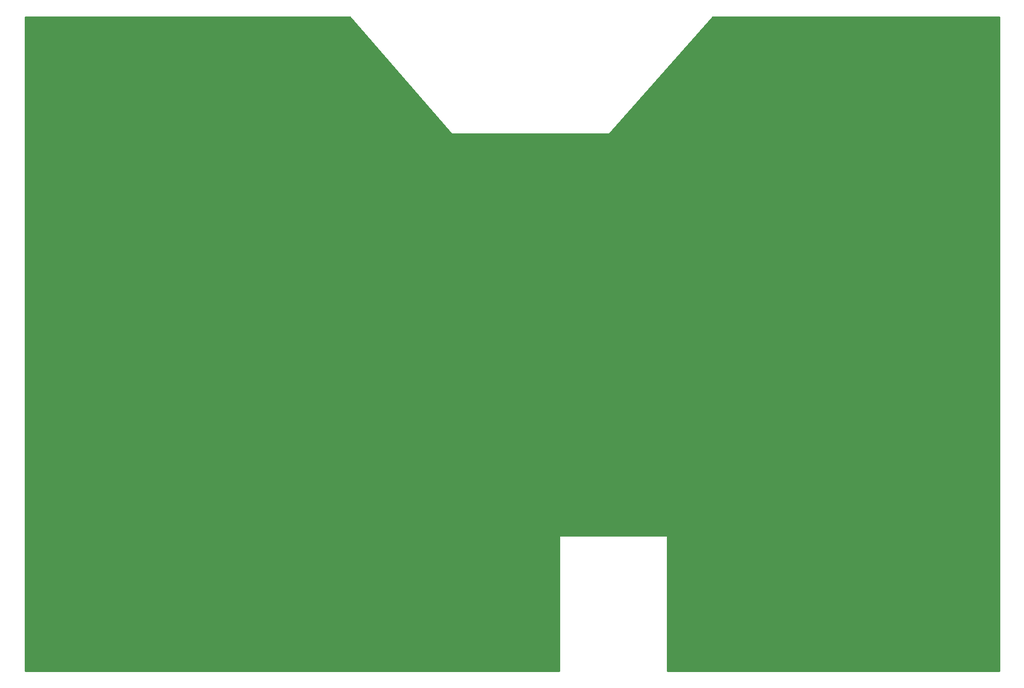
<source format=gbr>
%FSLAX46Y46*%
G04 Gerber Fmt 4.6, Leading zero omitted, Abs format (unit mm)*
G04 Created by KiCad (PCBNEW (2014-jul-16 BZR unknown)-product) date Fri 02 Oct 2015 05:10:55 PM CEST*
%MOMM*%
G01*
G04 APERTURE LIST*
%ADD10C,0.100000*%
%ADD11C,0.254000*%
G04 APERTURE END LIST*
D10*
D11*
G36*
X218873000Y-143373000D02*
X164377000Y-143373000D01*
X164377000Y-121123000D01*
X146623000Y-121123000D01*
X146623000Y-141500000D01*
X146623000Y-142000000D01*
X146623000Y-143373000D01*
X58877000Y-143373000D01*
X58877000Y-35877000D01*
X112192160Y-35877000D01*
X128942160Y-55127000D01*
X154807278Y-55127000D01*
X171807278Y-35877000D01*
X218873000Y-35877000D01*
X218873000Y-143373000D01*
X218873000Y-143373000D01*
G37*
X218873000Y-143373000D02*
X164377000Y-143373000D01*
X164377000Y-121123000D01*
X146623000Y-121123000D01*
X146623000Y-141500000D01*
X146623000Y-142000000D01*
X146623000Y-143373000D01*
X58877000Y-143373000D01*
X58877000Y-35877000D01*
X112192160Y-35877000D01*
X128942160Y-55127000D01*
X154807278Y-55127000D01*
X171807278Y-35877000D01*
X218873000Y-35877000D01*
X218873000Y-143373000D01*
M02*

</source>
